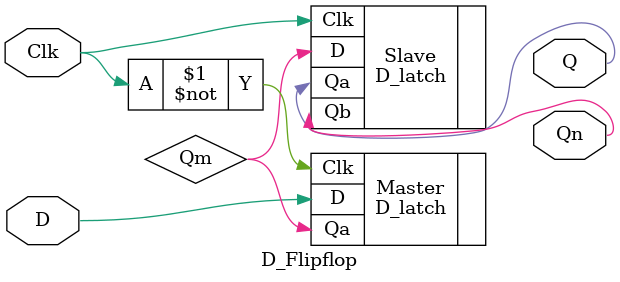
<source format=v>
module D_Flipflop (Q,
						 Qn,
						 D,
						 Clk
						 );
						 
	output Q;
	output Qn;
	
	input D;
	input Clk;
	
	wire Qm;
	
	D_latch Master(.Qa(Qm), .D(D), .Clk(~Clk));
	D_latch Slave(.Qa(Q), .Qb(Qn), .D(Qm), .Clk(Clk));

endmodule 
</source>
